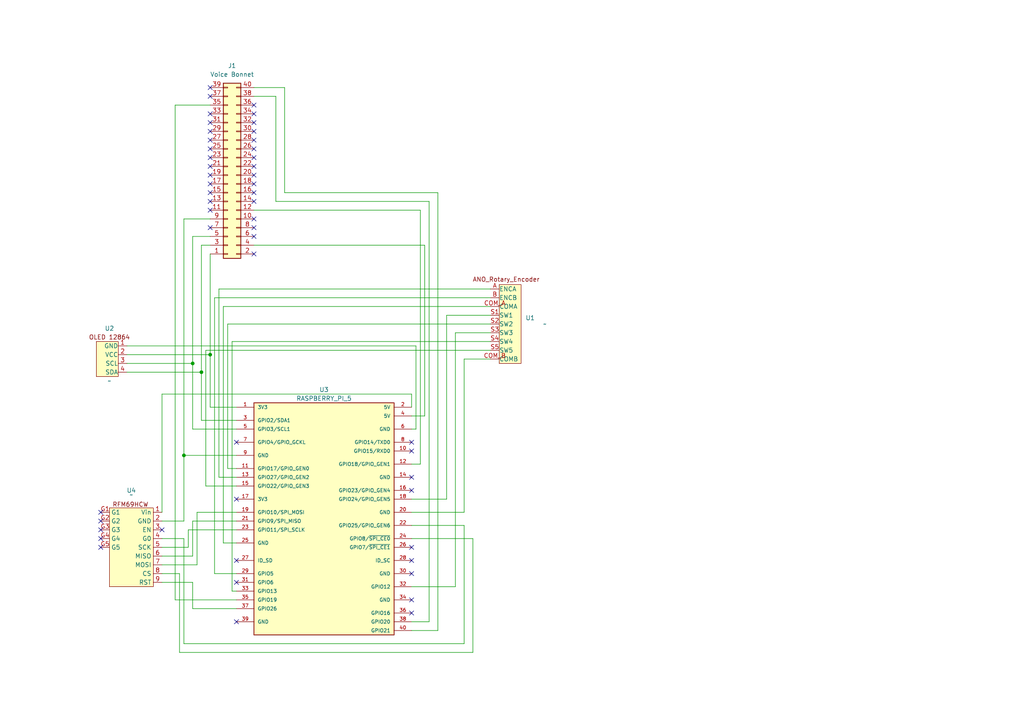
<source format=kicad_sch>
(kicad_sch (version 20250114) (generator "eeschema") (generator_version "9.0")
  (paper "A4")
  (title_block (title "Radio Schematic") (rev "1") (company "FAMU/FSU COE"))
  (lib_symbols
    (symbol "Connector_Generic:Conn_02x20_Odd_Even" (pin_names (offset 1.016) (hide yes))
      (property "Reference" "J" (at 1.27 25.4 0))
      (property "Value" "Conn_02x20_Odd_Even" (at 1.27 -27.94 0))
      (symbol "Conn_02x20_Odd_Even_1_1"
        (rectangle (start -1.27 24.13) (end 3.81 -26.67) (stroke (width 0.254)) (fill (type background)))
        (rectangle (start -1.27 22.987) (end 0 22.733) (stroke (width 0.1524)))
        (rectangle (start -1.27 20.447) (end 0 20.193) (stroke (width 0.1524)))
        (rectangle (start -1.27 17.907) (end 0 17.653) (stroke (width 0.1524)))
        (rectangle (start -1.27 15.367) (end 0 15.113) (stroke (width 0.1524)))
        (rectangle (start -1.27 12.827) (end 0 12.573) (stroke (width 0.1524)))
        (rectangle (start -1.27 10.287) (end 0 10.033) (stroke (width 0.1524)))
        (rectangle (start -1.27 7.747) (end 0 7.493) (stroke (width 0.1524)))
        (rectangle (start -1.27 5.207) (end 0 4.953) (stroke (width 0.1524)))
        (rectangle (start -1.27 2.667) (end 0 2.413) (stroke (width 0.1524)))
        (rectangle (start -1.27 0.127) (end 0 -0.127) (stroke (width 0.1524)))
        (rectangle (start -1.27 -2.413) (end 0 -2.667) (stroke (width 0.1524)))
        (rectangle (start -1.27 -4.953) (end 0 -5.207) (stroke (width 0.1524)))
        (rectangle (start -1.27 -7.493) (end 0 -7.747) (stroke (width 0.1524)))
        (rectangle (start -1.27 -10.033) (end 0 -10.287) (stroke (width 0.1524)))
        (rectangle (start -1.27 -12.573) (end 0 -12.827) (stroke (width 0.1524)))
        (rectangle (start -1.27 -15.113) (end 0 -15.367) (stroke (width 0.1524)))
        (rectangle (start -1.27 -17.653) (end 0 -17.907) (stroke (width 0.1524)))
        (rectangle (start -1.27 -20.193) (end 0 -20.447) (stroke (width 0.1524)))
        (rectangle (start -1.27 -22.733) (end 0 -22.987) (stroke (width 0.1524)))
        (rectangle (start -1.27 -25.273) (end 0 -25.527) (stroke (width 0.1524)))
        (rectangle (start 3.81 22.987) (end 2.54 22.733) (stroke (width 0.1524)))
        (rectangle (start 3.81 20.447) (end 2.54 20.193) (stroke (width 0.1524)))
        (rectangle (start 3.81 17.907) (end 2.54 17.653) (stroke (width 0.1524)))
        (rectangle (start 3.81 15.367) (end 2.54 15.113) (stroke (width 0.1524)))
        (rectangle (start 3.81 12.827) (end 2.54 12.573) (stroke (width 0.1524)))
        (rectangle (start 3.81 10.287) (end 2.54 10.033) (stroke (width 0.1524)))
        (rectangle (start 3.81 7.747) (end 2.54 7.493) (stroke (width 0.1524)))
        (rectangle (start 3.81 5.207) (end 2.54 4.953) (stroke (width 0.1524)))
        (rectangle (start 3.81 2.667) (end 2.54 2.413) (stroke (width 0.1524)))
        (rectangle (start 3.81 0.127) (end 2.54 -0.127) (stroke (width 0.1524)))
        (rectangle (start 3.81 -2.413) (end 2.54 -2.667) (stroke (width 0.1524)))
        (rectangle (start 3.81 -4.953) (end 2.54 -5.207) (stroke (width 0.1524)))
        (rectangle (start 3.81 -7.493) (end 2.54 -7.747) (stroke (width 0.1524)))
        (rectangle (start 3.81 -10.033) (end 2.54 -10.287) (stroke (width 0.1524)))
        (rectangle (start 3.81 -12.573) (end 2.54 -12.827) (stroke (width 0.1524)))
        (rectangle (start 3.81 -15.113) (end 2.54 -15.367) (stroke (width 0.1524)))
        (rectangle (start 3.81 -17.653) (end 2.54 -17.907) (stroke (width 0.1524)))
        (rectangle (start 3.81 -20.193) (end 2.54 -20.447) (stroke (width 0.1524)))
        (rectangle (start 3.81 -22.733) (end 2.54 -22.987) (stroke (width 0.1524)))
        (rectangle (start 3.81 -25.273) (end 2.54 -25.527) (stroke (width 0.1524)))
        (pin passive line (at -5.08 22.86 0) (length 3.81) (name "Pin_1") (number "1"))
        (pin passive line (at -5.08 20.32 0) (length 3.81) (name "Pin_3") (number "3"))
        (pin passive line (at -5.08 17.78 0) (length 3.81) (name "Pin_5") (number "5"))
        (pin passive line (at -5.08 15.24 0) (length 3.81) (name "Pin_7") (number "7"))
        (pin passive line (at -5.08 12.7 0) (length 3.81) (name "Pin_9") (number "9"))
        (pin passive line (at -5.08 10.16 0) (length 3.81) (name "Pin_11") (number "11"))
        (pin passive line (at -5.08 7.62 0) (length 3.81) (name "Pin_13") (number "13"))
        (pin passive line (at -5.08 5.08 0) (length 3.81) (name "Pin_15") (number "15"))
        (pin passive line (at -5.08 2.54 0) (length 3.81) (name "Pin_17") (number "17"))
        (pin passive line (at -5.08 0 0) (length 3.81) (name "Pin_19") (number "19"))
        (pin passive line (at -5.08 -2.54 0) (length 3.81) (name "Pin_21") (number "21"))
        (pin passive line (at -5.08 -5.08 0) (length 3.81) (name "Pin_23") (number "23"))
        (pin passive line (at -5.08 -7.62 0) (length 3.81) (name "Pin_25") (number "25"))
        (pin passive line (at -5.08 -10.16 0) (length 3.81) (name "Pin_27") (number "27"))
        (pin passive line (at -5.08 -12.7 0) (length 3.81) (name "Pin_29") (number "29"))
        (pin passive line (at -5.08 -15.24 0) (length 3.81) (name "Pin_31") (number "31"))
        (pin passive line (at -5.08 -17.78 0) (length 3.81) (name "Pin_33") (number "33"))
        (pin passive line (at -5.08 -20.32 0) (length 3.81) (name "Pin_35") (number "35"))
        (pin passive line (at -5.08 -22.86 0) (length 3.81) (name "Pin_37") (number "37"))
        (pin passive line (at -5.08 -25.4 0) (length 3.81) (name "Pin_39") (number "39"))
        (pin passive line (at 7.62 22.86 180) (length 3.81) (name "Pin_2") (number "2"))
        (pin passive line (at 7.62 20.32 180) (length 3.81) (name "Pin_4") (number "4"))
        (pin passive line (at 7.62 17.78 180) (length 3.81) (name "Pin_6") (number "6"))
        (pin passive line (at 7.62 15.24 180) (length 3.81) (name "Pin_8") (number "8"))
        (pin passive line (at 7.62 12.7 180) (length 3.81) (name "Pin_10") (number "10"))
        (pin passive line (at 7.62 10.16 180) (length 3.81) (name "Pin_12") (number "12"))
        (pin passive line (at 7.62 7.62 180) (length 3.81) (name "Pin_14") (number "14"))
        (pin passive line (at 7.62 5.08 180) (length 3.81) (name "Pin_16") (number "16"))
        (pin passive line (at 7.62 2.54 180) (length 3.81) (name "Pin_18") (number "18"))
        (pin passive line (at 7.62 0 180) (length 3.81) (name "Pin_20") (number "20"))
        (pin passive line (at 7.62 -2.54 180) (length 3.81) (name "Pin_22") (number "22"))
        (pin passive line (at 7.62 -5.08 180) (length 3.81) (name "Pin_24") (number "24"))
        (pin passive line (at 7.62 -7.62 180) (length 3.81) (name "Pin_26") (number "26"))
        (pin passive line (at 7.62 -10.16 180) (length 3.81) (name "Pin_28") (number "28"))
        (pin passive line (at 7.62 -12.7 180) (length 3.81) (name "Pin_30") (number "30"))
        (pin passive line (at 7.62 -15.24 180) (length 3.81) (name "Pin_32") (number "32"))
        (pin passive line (at 7.62 -17.78 180) (length 3.81) (name "Pin_34") (number "34"))
        (pin passive line (at 7.62 -20.32 180) (length 3.81) (name "Pin_36") (number "36"))
        (pin passive line (at 7.62 -22.86 180) (length 3.81) (name "Pin_38") (number "38"))
        (pin passive line (at 7.62 -25.4 180) (length 3.81) (name "Pin_40") (number "40"))
      )
    )
    (symbol "zoiss:ANO_Rotary_Encoder" (pin_names (offset 0.0129))
      (property "Reference" "U1" (at 10.16 -8.2521 0))
      (property "Value" "~" (at 10.16 -10.1572 0))
      (symbol "ANO_Rotary_Encoder_1_1"
        (rectangle (start -2.54 1.27) (end 3.81 -21.59) (fill (type background)))
        (text "ANO_Rotary_Encoder" (at -0.508 2.794 0) (effects (font (size 1.27 1.27))))
        (pin output line (at -5.08 0 0) (length 2.54) (name "ENCA") (number "A"))
        (pin output line (at -5.08 -2.54 0) (length 2.54) (name "ENCB") (number "B"))
        (pin passive line (at -5.08 -5.08 0) (length 2.54) (name "COMA") (number "COM_A"))
        (pin output line (at -5.08 -7.62 0) (length 2.54) (name "SW1") (number "S1"))
        (pin output line (at -5.08 -10.16 0) (length 2.54) (name "SW2") (number "S2"))
        (pin output line (at -5.08 -12.7 0) (length 2.54) (name "SW3") (number "S3"))
        (pin output line (at -5.08 -15.24 0) (length 2.54) (name "SW4") (number "S4"))
        (pin output line (at -5.08 -17.78 0) (length 2.54) (name "SW5") (number "S5"))
        (pin passive line (at -5.08 -20.32 0) (length 2.54) (name "COMB") (number "COM_B"))
      )
    )
    (symbol "zoiss:Display_Module_12864" (pin_names (offset 0.0129))
      (property "Reference" "U" (at 0 7.112 0))
      (symbol "Display_Module_12864_1_1"
        (rectangle (start -3.81 3.81) (end 2.54 -6.35) (fill (type background)))
        (text "OLED 12864" (at -1.27 5.08 0) (effects (font (size 1.27 1.27))))
        (pin input line (at -6.35 2.54 0) (length 2.54) (name "GND") (number "1"))
        (pin input line (at -6.35 0 0) (length 2.54) (name "VCC") (number "2"))
        (pin input line (at -6.35 -2.54 0) (length 2.54) (name "SCL") (number "3"))
        (pin input line (at -6.35 -5.08 0) (length 2.54) (name "SDA") (number "4"))
      )
    )
    (symbol "zoiss:RASPBERRY_PI_5" (pin_names (offset 1.016))
      (property "Reference" "U" (at -20.32 33.528 0))
      (property "Value" "RASPBERRY_PI_5" (at -20.32 -36.83 0))
      (symbol "RASPBERRY_PI_5_0_0"
        (rectangle (start -20.32 33.02) (end 20.32 -34.29) (stroke (width 0.254)) (fill (type background)))
        (pin power_in line (at -25.4 31.75 0) (length 5.08) (name "3V3") (number "1"))
        (pin bidirectional line (at -25.4 27.94 0) (length 5.08) (name "GPIO2/SDA1") (number "3"))
        (pin bidirectional line (at -25.4 25.4 0) (length 5.08) (name "GPIO3/SCL1") (number "5"))
        (pin bidirectional line (at -25.4 21.59 0) (length 5.08) (name "GPIO4/GPIO_GCKL") (number "7"))
        (pin power_in line (at -25.4 17.78 0) (length 5.08) (name "GND") (number "9"))
        (pin bidirectional line (at -25.4 13.97 0) (length 5.08) (name "GPIO17/GPIO_GEN0") (number "11"))
        (pin bidirectional line (at -25.4 11.43 0) (length 5.08) (name "GPIO27/GPIO_GEN2") (number "13"))
        (pin bidirectional line (at -25.4 8.89 0) (length 5.08) (name "GPIO22/GPIO_GEN3") (number "15"))
        (pin power_in line (at -25.4 5.08 0) (length 5.08) (name "3V3") (number "17"))
        (pin bidirectional line (at -25.4 1.27 0) (length 5.08) (name "GPIO10/SPI_MOSI") (number "19"))
        (pin bidirectional line (at -25.4 -1.27 0) (length 5.08) (name "GPIO9/SPI_MISO") (number "21"))
        (pin bidirectional line (at -25.4 -3.81 0) (length 5.08) (name "GPIO11/SPI_SCLK") (number "23"))
        (pin power_in line (at -25.4 -7.62 0) (length 5.08) (name "GND") (number "25"))
        (pin bidirectional line (at -25.4 -12.7 0) (length 5.08) (name "ID_SD") (number "27"))
        (pin bidirectional line (at -25.4 -16.51 0) (length 5.08) (name "GPIO5") (number "29"))
        (pin bidirectional line (at -25.4 -19.05 0) (length 5.08) (name "GPIO6") (number "31"))
        (pin bidirectional line (at -25.4 -21.59 0) (length 5.08) (name "GPIO13") (number "33"))
        (pin bidirectional line (at -25.4 -24.13 0) (length 5.08) (name "GPIO19") (number "35"))
        (pin bidirectional line (at -25.4 -26.67 0) (length 5.08) (name "GPIO26") (number "37"))
        (pin power_in line (at -25.4 -30.48 0) (length 5.08) (name "GND") (number "39"))
        (pin power_in line (at 25.4 31.75 180) (length 5.08) (name "5V") (number "2"))
        (pin power_in line (at 25.4 29.21 180) (length 5.08) (name "5V") (number "4"))
        (pin power_in line (at 25.4 25.4 180) (length 5.08) (name "GND") (number "6"))
        (pin bidirectional line (at 25.4 21.59 180) (length 5.08) (name "GPIO14/TXD0") (number "8"))
        (pin bidirectional line (at 25.4 19.05 180) (length 5.08) (name "GPIO15/RXD0") (number "10"))
        (pin bidirectional line (at 25.4 15.24 180) (length 5.08) (name "GPIO18/GPIO_GEN1") (number "12"))
        (pin power_in line (at 25.4 11.43 180) (length 5.08) (name "GND") (number "14"))
        (pin bidirectional line (at 25.4 7.62 180) (length 5.08) (name "GPIO23/GPIO_GEN4") (number "16"))
        (pin bidirectional line (at 25.4 5.08 180) (length 5.08) (name "GPIO24/GPIO_GEN5") (number "18"))
        (pin power_in line (at 25.4 1.27 180) (length 5.08) (name "GND") (number "20"))
        (pin bidirectional line (at 25.4 -2.54 180) (length 5.08) (name "GPIO25/GPIO_GEN6") (number "22"))
        (pin bidirectional line (at 25.4 -6.35 180) (length 5.08) (name "GPIO8/~{SPI_CE0}") (number "24"))
        (pin bidirectional line (at 25.4 -8.89 180) (length 5.08) (name "GPIO7/~{SPI_CE1}") (number "26"))
        (pin bidirectional line (at 25.4 -12.7 180) (length 5.08) (name "ID_SC") (number "28"))
        (pin power_in line (at 25.4 -16.51 180) (length 5.08) (name "GND") (number "30"))
        (pin bidirectional line (at 25.4 -20.32 180) (length 5.08) (name "GPIO12") (number "32"))
        (pin power_in line (at 25.4 -24.13 180) (length 5.08) (name "GND") (number "34"))
        (pin bidirectional line (at 25.4 -27.94 180) (length 5.08) (name "GPIO16") (number "36"))
        (pin bidirectional line (at 25.4 -30.48 180) (length 5.08) (name "GPIO20") (number "38"))
        (pin bidirectional line (at 25.4 -33.02 180) (length 5.08) (name "GPIO21") (number "40"))
      )
    )
    (symbol "zoiss:rfm69hcw"
      (property "Reference" "U" (at 6.096 2.794 0))
      (symbol "rfm69hcw_1_1"
        (rectangle (start 0 0) (end 12.7 -22.86) (fill (type color) (color 255 255 194 1)))
        (text "RFM69HCW" (at 6.604 1.016 0) (effects (font (size 1.27 1.27))))
        (pin passive line (at -2.54 -1.27 0) (length 2.54) (name "Vin") (number "1"))
        (pin passive line (at -2.54 -3.81 0) (length 2.54) (name "GND") (number "2"))
        (pin passive line (at -2.54 -6.35 0) (length 2.54) (name "EN") (number "3"))
        (pin passive line (at -2.54 -8.89 0) (length 2.54) (name "G0") (number "4"))
        (pin passive line (at -2.54 -11.43 0) (length 2.54) (name "SCK") (number "5"))
        (pin passive line (at -2.54 -13.97 0) (length 2.54) (name "MISO") (number "6"))
        (pin passive line (at -2.54 -16.51 0) (length 2.54) (name "MOSI") (number "7"))
        (pin passive line (at -2.54 -19.05 0) (length 2.54) (name "CS") (number "8"))
        (pin passive line (at -2.54 -21.59 0) (length 2.54) (name "RST") (number "9"))
        (pin passive line (at 15.24 -1.27 180) (length 2.54) (name "G1") (number "G1"))
        (pin passive line (at 15.24 -3.81 180) (length 2.54) (name "G2") (number "G2"))
        (pin passive line (at 15.24 -6.35 180) (length 2.54) (name "G3") (number "G3"))
        (pin passive line (at 15.24 -8.89 180) (length 2.54) (name "G4") (number "G4"))
        (pin passive line (at 15.24 -11.43 180) (length 2.54) (name "G5") (number "G5"))
      )
    )
  )
  (junction (at 53.34 132.08))
  (junction (at 58.42 107.95))
  (junction (at 60.96 102.87))
  (junction (at 55.88 105.41))
  (no_connect (at 60.96 40.64))
  (no_connect (at 73.66 66.04))
  (no_connect (at 119.38 166.37))
  (no_connect (at 60.96 48.26))
  (no_connect (at 68.58 168.91))
  (no_connect (at 73.66 73.66))
  (no_connect (at 119.38 177.8))
  (no_connect (at 73.66 48.26))
  (no_connect (at 73.66 50.8))
  (no_connect (at 46.99 153.67))
  (no_connect (at 73.66 53.34))
  (no_connect (at 119.38 162.56))
  (no_connect (at 68.58 144.78))
  (no_connect (at 73.66 40.64))
  (no_connect (at 60.96 43.18))
  (no_connect (at 29.21 156.21))
  (no_connect (at 119.38 130.81))
  (no_connect (at 29.21 158.75))
  (no_connect (at 60.96 53.34))
  (no_connect (at 73.66 38.1))
  (no_connect (at 119.38 158.75))
  (no_connect (at 60.96 55.88))
  (no_connect (at 119.38 142.24))
  (no_connect (at 73.66 58.42))
  (no_connect (at 119.38 173.99))
  (no_connect (at 73.66 45.72))
  (no_connect (at 60.96 50.8))
  (no_connect (at 60.96 38.1))
  (no_connect (at 73.66 68.58))
  (no_connect (at 73.66 30.48))
  (no_connect (at 29.21 153.67))
  (no_connect (at 60.96 25.4))
  (no_connect (at 68.58 162.56))
  (no_connect (at 119.38 138.43))
  (no_connect (at 73.66 33.02))
  (no_connect (at 73.66 43.18))
  (no_connect (at 73.66 35.56))
  (no_connect (at 119.38 128.27))
  (no_connect (at 60.96 35.56))
  (no_connect (at 29.21 148.59))
  (no_connect (at 60.96 33.02))
  (no_connect (at 60.96 60.96))
  (no_connect (at 60.96 58.42))
  (no_connect (at 60.96 27.94))
  (no_connect (at 68.58 180.34))
  (no_connect (at 73.66 55.88))
  (no_connect (at 29.21 151.13))
  (no_connect (at 73.66 63.5))
  (no_connect (at 68.58 128.27))
  (no_connect (at 60.96 45.72))
  (no_connect (at 60.96 66.04))
  (wire (pts (xy 57.15 148.59) (xy 68.58 148.59)))
  (wire (pts (xy 58.42 71.12) (xy 58.42 107.95)))
  (wire (pts (xy 36.83 100.33) (xy 120.65 100.33)))
  (wire (pts (xy 46.99 168.91) (xy 55.88 168.91)))
  (wire (pts (xy 142.24 88.9) (xy 64.77 88.9)))
  (wire (pts (xy 67.31 171.45) (xy 68.58 171.45)))
  (wire (pts (xy 134.62 148.59) (xy 119.38 148.59)))
  (wire (pts (xy 123.19 120.65) (xy 123.19 71.12)))
  (wire (pts (xy 59.69 140.97) (xy 68.58 140.97)))
  (wire (pts (xy 132.08 96.52) (xy 132.08 170.18)))
  (wire (pts (xy 142.24 96.52) (xy 132.08 96.52)))
  (wire (pts (xy 119.38 182.88) (xy 127 182.88)))
  (wire (pts (xy 132.08 170.18) (xy 119.38 170.18)))
  (wire (pts (xy 46.99 148.59) (xy 46.99 114.3)))
  (wire (pts (xy 63.5 138.43) (xy 68.58 138.43)))
  (wire (pts (xy 59.69 101.6) (xy 59.69 140.97)))
  (wire (pts (xy 73.66 60.96) (xy 121.92 60.96)))
  (wire (pts (xy 60.96 73.66) (xy 60.96 102.87)))
  (wire (pts (xy 46.99 163.83) (xy 57.15 163.83)))
  (wire (pts (xy 53.34 156.21) (xy 53.34 186.69)))
  (wire (pts (xy 119.38 114.3) (xy 119.38 118.11)))
  (wire (pts (xy 68.58 124.46) (xy 55.88 124.46)))
  (wire (pts (xy 57.15 163.83) (xy 57.15 148.59)))
  (wire (pts (xy 53.34 63.5) (xy 53.34 132.08)))
  (wire (pts (xy 46.99 114.3) (xy 119.38 114.3)))
  (wire (pts (xy 55.88 151.13) (xy 68.58 151.13)))
  (wire (pts (xy 58.42 107.95) (xy 58.42 121.92)))
  (wire (pts (xy 60.96 30.48) (xy 50.8 30.48)))
  (wire (pts (xy 127 182.88) (xy 127 55.88)))
  (wire (pts (xy 53.34 186.69) (xy 134.62 186.69)))
  (wire (pts (xy 55.88 68.58) (xy 60.96 68.58)))
  (wire (pts (xy 134.62 186.69) (xy 134.62 152.4)))
  (wire (pts (xy 80.01 58.42) (xy 124.46 58.42)))
  (wire (pts (xy 64.77 157.48) (xy 68.58 157.48)))
  (wire (pts (xy 142.24 104.14) (xy 134.62 104.14)))
  (wire (pts (xy 50.8 30.48) (xy 50.8 173.99)))
  (wire (pts (xy 60.96 63.5) (xy 53.34 63.5)))
  (wire (pts (xy 134.62 152.4) (xy 119.38 152.4)))
  (wire (pts (xy 120.65 100.33) (xy 120.65 124.46)))
  (wire (pts (xy 82.55 55.88) (xy 82.55 25.4)))
  (wire (pts (xy 64.77 88.9) (xy 64.77 157.48)))
  (wire (pts (xy 142.24 99.06) (xy 67.31 99.06)))
  (wire (pts (xy 55.88 124.46) (xy 55.88 105.41)))
  (wire (pts (xy 124.46 58.42) (xy 124.46 180.34)))
  (wire (pts (xy 54.61 153.67) (xy 68.58 153.67)))
  (wire (pts (xy 55.88 168.91) (xy 55.88 176.53)))
  (wire (pts (xy 129.54 91.44) (xy 129.54 144.78)))
  (wire (pts (xy 54.61 158.75) (xy 54.61 153.67)))
  (wire (pts (xy 124.46 180.34) (xy 119.38 180.34)))
  (wire (pts (xy 142.24 93.98) (xy 66.04 93.98)))
  (wire (pts (xy 58.42 121.92) (xy 68.58 121.92)))
  (wire (pts (xy 53.34 132.08) (xy 68.58 132.08)))
  (wire (pts (xy 60.96 71.12) (xy 58.42 71.12)))
  (wire (pts (xy 62.23 166.37) (xy 68.58 166.37)))
  (wire (pts (xy 137.16 189.23) (xy 137.16 156.21)))
  (wire (pts (xy 73.66 71.12) (xy 123.19 71.12)))
  (wire (pts (xy 46.99 166.37) (xy 52.07 166.37)))
  (wire (pts (xy 80.01 27.94) (xy 80.01 58.42)))
  (wire (pts (xy 52.07 189.23) (xy 137.16 189.23)))
  (wire (pts (xy 55.88 161.29) (xy 55.88 151.13)))
  (wire (pts (xy 119.38 120.65) (xy 123.19 120.65)))
  (wire (pts (xy 60.96 118.11) (xy 68.58 118.11)))
  (wire (pts (xy 52.07 166.37) (xy 52.07 189.23)))
  (wire (pts (xy 63.5 83.82) (xy 142.24 83.82)))
  (wire (pts (xy 127 55.88) (xy 82.55 55.88)))
  (wire (pts (xy 120.65 124.46) (xy 119.38 124.46)))
  (wire (pts (xy 66.04 135.89) (xy 68.58 135.89)))
  (wire (pts (xy 67.31 99.06) (xy 67.31 171.45)))
  (wire (pts (xy 53.34 151.13) (xy 53.34 132.08)))
  (wire (pts (xy 36.83 107.95) (xy 58.42 107.95)))
  (wire (pts (xy 63.5 83.82) (xy 63.5 138.43)))
  (wire (pts (xy 60.96 102.87) (xy 60.96 118.11)))
  (wire (pts (xy 66.04 93.98) (xy 66.04 135.89)))
  (wire (pts (xy 46.99 161.29) (xy 55.88 161.29)))
  (wire (pts (xy 137.16 156.21) (xy 119.38 156.21)))
  (wire (pts (xy 55.88 105.41) (xy 55.88 68.58)))
  (wire (pts (xy 121.92 60.96) (xy 121.92 134.62)))
  (wire (pts (xy 82.55 25.4) (xy 73.66 25.4)))
  (wire (pts (xy 55.88 176.53) (xy 68.58 176.53)))
  (wire (pts (xy 121.92 134.62) (xy 119.38 134.62)))
  (wire (pts (xy 46.99 151.13) (xy 53.34 151.13)))
  (wire (pts (xy 134.62 104.14) (xy 134.62 148.59)))
  (wire (pts (xy 50.8 173.99) (xy 68.58 173.99)))
  (wire (pts (xy 62.23 86.36) (xy 62.23 166.37)))
  (wire (pts (xy 142.24 86.36) (xy 62.23 86.36)))
  (wire (pts (xy 73.66 27.94) (xy 80.01 27.94)))
  (wire (pts (xy 129.54 144.78) (xy 119.38 144.78)))
  (wire (pts (xy 142.24 91.44) (xy 129.54 91.44)))
  (wire (pts (xy 36.83 105.41) (xy 55.88 105.41)))
  (wire (pts (xy 142.24 101.6) (xy 59.69 101.6)))
  (wire (pts (xy 36.83 102.87) (xy 60.96 102.87)))
  (wire (pts (xy 46.99 156.21) (xy 53.34 156.21)))
  (wire (pts (xy 46.99 158.75) (xy 54.61 158.75)))
  (symbol (lib_id "zoiss:RASPBERRY_PI_5") (at 93.98 149.86 0) (unit 1)
    (property "Reference" "U3" (at 93.98 113.03 0))
    (property "Value" "RASPBERRY_PI_5" (at 93.98 115.57 0))
    (property "Footprint" "zoiss:MODULE_RASPBERRY_PI_4B_4GB" (effects (hide yes)))
    (property "MF" "Raspberry Pi" (effects (hide yes)))
    (property "MAXIMUM_PACKAGE_HEIGHT" "16 mm" (effects (hide yes)))
    (property "Package" "None" (effects (hide yes)))
    (property "Price" "None" (effects (hide yes)))
    (property "Check_prices" "https://www.snapeda.com/parts/RASPBERRY%20PI%204B/4GB/Raspberry+Pi/view-part/?ref=eda" (effects (hide yes)))
    (property "STANDARD" "Manufacturer Recommendations" (effects (hide yes)))
    (property "PARTREV" "4" (effects (hide yes)))
    (property "SnapEDA_Link" "https://www.snapeda.com/parts/RASPBERRY%20PI%204B/4GB/Raspberry+Pi/view-part/?ref=snap" (effects (hide yes)))
    (property "MP" "RASPBERRY PI 4B/4GB" (effects (hide yes)))
    (property "Description_1" "BCM2711 Raspberry Pi 4 Model B 4GB - ARM® Cortex®-A72 MPU Embedded Evaluation Board" (effects (hide yes)))
    (property "MANUFACTURER" "Raspberry Pi" (effects (hide yes)))
    (property "Availability" "In Stock" (effects (hide yes)))
    (property "SNAPEDA_PN" "RASPBERRY PI 4B/4GB" (effects (hide yes)))
  )
  (symbol (lib_id "zoiss:rfm69hcw") (at 44.45 147.32 0) (mirror y) (unit 1)
    (property "Reference" "U4" (at 38.1 142.24 0))
    (property "Value" "~" (at 38.1 143.51 0))
    (property "Footprint" "zoiss:rfm69" (effects (hide yes)))
  )
  (symbol (lib_id "Connector_Generic:Conn_02x20_Odd_Even") (at 66.04 50.8 0) (mirror x) (unit 1)
    (property "Reference" "J1" (at 67.31 19.05 0))
    (property "Value" "Voice Bonnet" (at 67.31 21.59 0))
    (property "Footprint" "zoiss:Voice_Bonnet" (effects (hide yes)))
    (property "Description" "Generic connector, double row, 02x20, odd/even pin numbering scheme (row 1 odd numbers, row 2 even numbers), script generated (kicad-library-utils/schlib/autogen/connector/)" (effects (hide yes)))
  )
  (symbol (lib_id "zoiss:ANO_Rotary_Encoder") (at 147.32 83.82 0) (unit 1)
    (property "Reference" "U1" (at 152.4 92.202 0) (effects (justify left)))
    (property "Value" "~" (at 157.48 93.9772 0) (effects (justify left)))
    (property "Footprint" "zoiss:ANO" (effects (hide yes)))
  )
  (symbol (lib_id "zoiss:Display_Module_12864") (at 30.48 102.87 0) (mirror y) (unit 1)
    (property "Reference" "U2" (at 31.75 95.25 0))
    (property "Value" "~" (at 31.7499 110.49 0))
    (property "Footprint" "Connector_PinHeader_2.54mm:PinHeader_1x04_P2.54mm_Vertical" (effects (hide yes)))
  )
)
</source>
